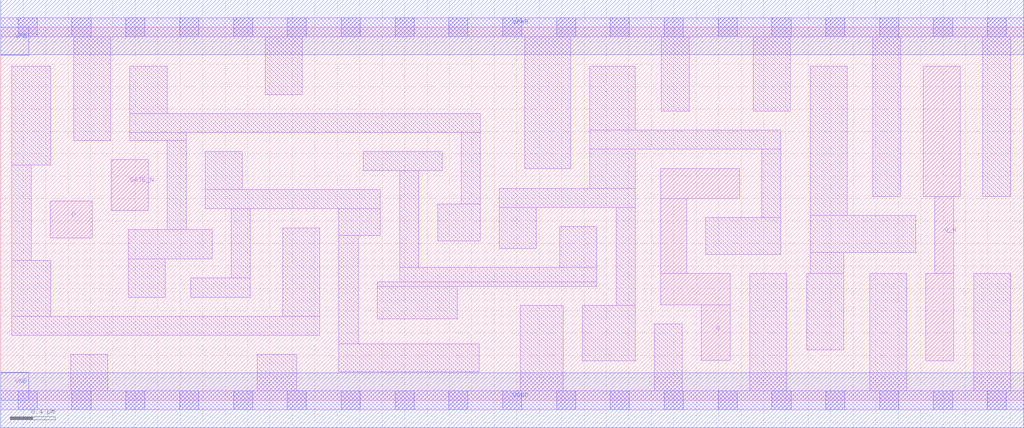
<source format=lef>
# Copyright 2020 The SkyWater PDK Authors
#
# Licensed under the Apache License, Version 2.0 (the "License");
# you may not use this file except in compliance with the License.
# You may obtain a copy of the License at
#
#     https://www.apache.org/licenses/LICENSE-2.0
#
# Unless required by applicable law or agreed to in writing, software
# distributed under the License is distributed on an "AS IS" BASIS,
# WITHOUT WARRANTIES OR CONDITIONS OF ANY KIND, either express or implied.
# See the License for the specific language governing permissions and
# limitations under the License.
#
# SPDX-License-Identifier: Apache-2.0

VERSION 5.5 ;
NAMESCASESENSITIVE ON ;
BUSBITCHARS "[]" ;
DIVIDERCHAR "/" ;
MACRO sky130_fd_sc_hs__dlxbn_2
  CLASS CORE ;
  SOURCE USER ;
  ORIGIN  0.000000  0.000000 ;
  SIZE  9.120000 BY  3.330000 ;
  SYMMETRY X Y ;
  SITE unit ;
  PIN D
    ANTENNAGATEAREA  0.208000 ;
    DIRECTION INPUT ;
    USE SIGNAL ;
    PORT
      LAYER li1 ;
        RECT 0.440000 1.450000 0.815000 1.780000 ;
    END
  END D
  PIN Q
    ANTENNADIFFAREA  0.543200 ;
    DIRECTION OUTPUT ;
    USE SIGNAL ;
    PORT
      LAYER li1 ;
        RECT 5.885000 0.850000 6.505000 1.130000 ;
        RECT 5.885000 1.130000 6.115000 1.800000 ;
        RECT 5.885000 1.800000 6.590000 2.070000 ;
        RECT 6.245000 0.355000 6.505000 0.850000 ;
    END
  END Q
  PIN Q_N
    ANTENNADIFFAREA  0.543200 ;
    DIRECTION OUTPUT ;
    USE SIGNAL ;
    PORT
      LAYER li1 ;
        RECT 8.225000 1.820000 8.555000 2.980000 ;
        RECT 8.245000 0.350000 8.495000 1.130000 ;
        RECT 8.325000 1.130000 8.495000 1.820000 ;
    END
  END Q_N
  PIN GATE_N
    ANTENNAGATEAREA  0.237000 ;
    DIRECTION INPUT ;
    USE CLOCK ;
    PORT
      LAYER li1 ;
        RECT 0.985000 1.695000 1.315000 2.150000 ;
    END
  END GATE_N
  PIN VGND
    DIRECTION INOUT ;
    USE GROUND ;
    PORT
      LAYER met1 ;
        RECT 0.000000 -0.245000 9.120000 0.245000 ;
    END
  END VGND
  PIN VNB
    DIRECTION INOUT ;
    USE GROUND ;
    PORT
      LAYER met1 ;
        RECT 0.000000 0.000000 0.250000 0.250000 ;
    END
  END VNB
  PIN VPB
    DIRECTION INOUT ;
    USE POWER ;
    PORT
      LAYER met1 ;
        RECT 0.000000 3.080000 0.250000 3.330000 ;
    END
  END VPB
  PIN VPWR
    DIRECTION INOUT ;
    USE POWER ;
    PORT
      LAYER met1 ;
        RECT 0.000000 3.085000 9.120000 3.575000 ;
    END
  END VPWR
  OBS
    LAYER li1 ;
      RECT 0.000000 -0.085000 9.120000 0.085000 ;
      RECT 0.000000  3.245000 9.120000 3.415000 ;
      RECT 0.100000  0.580000 2.845000 0.750000 ;
      RECT 0.100000  0.750000 0.445000 1.250000 ;
      RECT 0.100000  1.250000 0.270000 2.100000 ;
      RECT 0.100000  2.100000 0.445000 2.980000 ;
      RECT 0.625000  0.085000 0.955000 0.410000 ;
      RECT 0.650000  2.320000 0.980000 3.245000 ;
      RECT 1.135000  0.920000 1.465000 1.260000 ;
      RECT 1.135000  1.260000 1.885000 1.525000 ;
      RECT 1.150000  2.320000 1.655000 2.390000 ;
      RECT 1.150000  2.390000 4.275000 2.560000 ;
      RECT 1.150000  2.560000 1.485000 2.980000 ;
      RECT 1.485000  1.525000 1.655000 2.320000 ;
      RECT 1.695000  0.920000 2.225000 1.090000 ;
      RECT 1.825000  1.710000 3.385000 1.880000 ;
      RECT 1.825000  1.880000 2.155000 2.220000 ;
      RECT 2.055000  1.090000 2.225000 1.710000 ;
      RECT 2.285000  0.085000 2.640000 0.410000 ;
      RECT 2.360000  2.730000 2.690000 3.245000 ;
      RECT 2.515000  0.750000 2.845000 1.540000 ;
      RECT 3.015000  0.255000 4.265000 0.505000 ;
      RECT 3.015000  0.505000 3.185000 1.470000 ;
      RECT 3.015000  1.470000 3.385000 1.710000 ;
      RECT 3.230000  2.050000 3.935000 2.220000 ;
      RECT 3.355000  0.725000 4.070000 1.015000 ;
      RECT 3.355000  1.015000 5.315000 1.055000 ;
      RECT 3.555000  1.055000 5.315000 1.185000 ;
      RECT 3.555000  1.185000 3.725000 2.050000 ;
      RECT 3.895000  1.420000 4.275000 1.750000 ;
      RECT 4.105000  1.750000 4.275000 2.390000 ;
      RECT 4.445000  1.355000 4.775000 1.720000 ;
      RECT 4.445000  1.720000 5.655000 1.890000 ;
      RECT 4.630000  0.085000 5.015000 0.845000 ;
      RECT 4.670000  2.070000 5.080000 3.245000 ;
      RECT 4.985000  1.185000 5.315000 1.550000 ;
      RECT 5.185000  0.350000 5.655000 0.845000 ;
      RECT 5.250000  1.890000 5.655000 2.240000 ;
      RECT 5.250000  2.240000 6.955000 2.410000 ;
      RECT 5.250000  2.410000 5.655000 2.980000 ;
      RECT 5.485000  0.845000 5.655000 1.720000 ;
      RECT 5.825000  0.085000 6.075000 0.680000 ;
      RECT 5.890000  2.580000 6.140000 3.245000 ;
      RECT 6.285000  1.300000 6.955000 1.630000 ;
      RECT 6.675000  0.085000 7.005000 1.130000 ;
      RECT 6.710000  2.580000 7.040000 3.245000 ;
      RECT 6.785000  1.630000 6.955000 2.240000 ;
      RECT 7.185000  0.450000 7.515000 1.130000 ;
      RECT 7.215000  1.130000 7.515000 1.320000 ;
      RECT 7.215000  1.320000 8.155000 1.650000 ;
      RECT 7.215000  1.650000 7.545000 2.980000 ;
      RECT 7.745000  0.085000 8.075000 1.130000 ;
      RECT 7.775000  1.820000 8.025000 3.245000 ;
      RECT 8.675000  0.085000 9.005000 1.130000 ;
      RECT 8.755000  1.820000 9.005000 3.245000 ;
    LAYER mcon ;
      RECT 0.155000 -0.085000 0.325000 0.085000 ;
      RECT 0.155000  3.245000 0.325000 3.415000 ;
      RECT 0.635000 -0.085000 0.805000 0.085000 ;
      RECT 0.635000  3.245000 0.805000 3.415000 ;
      RECT 1.115000 -0.085000 1.285000 0.085000 ;
      RECT 1.115000  3.245000 1.285000 3.415000 ;
      RECT 1.595000 -0.085000 1.765000 0.085000 ;
      RECT 1.595000  3.245000 1.765000 3.415000 ;
      RECT 2.075000 -0.085000 2.245000 0.085000 ;
      RECT 2.075000  3.245000 2.245000 3.415000 ;
      RECT 2.555000 -0.085000 2.725000 0.085000 ;
      RECT 2.555000  3.245000 2.725000 3.415000 ;
      RECT 3.035000 -0.085000 3.205000 0.085000 ;
      RECT 3.035000  3.245000 3.205000 3.415000 ;
      RECT 3.515000 -0.085000 3.685000 0.085000 ;
      RECT 3.515000  3.245000 3.685000 3.415000 ;
      RECT 3.995000 -0.085000 4.165000 0.085000 ;
      RECT 3.995000  3.245000 4.165000 3.415000 ;
      RECT 4.475000 -0.085000 4.645000 0.085000 ;
      RECT 4.475000  3.245000 4.645000 3.415000 ;
      RECT 4.955000 -0.085000 5.125000 0.085000 ;
      RECT 4.955000  3.245000 5.125000 3.415000 ;
      RECT 5.435000 -0.085000 5.605000 0.085000 ;
      RECT 5.435000  3.245000 5.605000 3.415000 ;
      RECT 5.915000 -0.085000 6.085000 0.085000 ;
      RECT 5.915000  3.245000 6.085000 3.415000 ;
      RECT 6.395000 -0.085000 6.565000 0.085000 ;
      RECT 6.395000  3.245000 6.565000 3.415000 ;
      RECT 6.875000 -0.085000 7.045000 0.085000 ;
      RECT 6.875000  3.245000 7.045000 3.415000 ;
      RECT 7.355000 -0.085000 7.525000 0.085000 ;
      RECT 7.355000  3.245000 7.525000 3.415000 ;
      RECT 7.835000 -0.085000 8.005000 0.085000 ;
      RECT 7.835000  3.245000 8.005000 3.415000 ;
      RECT 8.315000 -0.085000 8.485000 0.085000 ;
      RECT 8.315000  3.245000 8.485000 3.415000 ;
      RECT 8.795000 -0.085000 8.965000 0.085000 ;
      RECT 8.795000  3.245000 8.965000 3.415000 ;
  END
END sky130_fd_sc_hs__dlxbn_2
END LIBRARY

</source>
